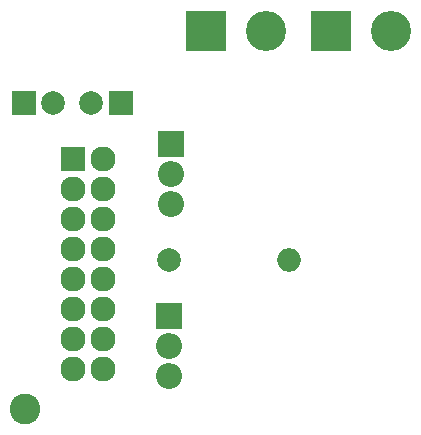
<source format=gbr>
G04 #@! TF.FileFunction,Soldermask,Bot*
%FSLAX46Y46*%
G04 Gerber Fmt 4.6, Leading zero omitted, Abs format (unit mm)*
G04 Created by KiCad (PCBNEW 4.0.4-stable) date 03/17/18 20:15:35*
%MOMM*%
%LPD*%
G01*
G04 APERTURE LIST*
%ADD10C,0.100000*%
%ADD11C,2.000000*%
%ADD12O,2.000000X2.000000*%
%ADD13R,3.399740X3.399740*%
%ADD14C,3.399740*%
%ADD15C,2.600000*%
%ADD16O,2.127200X2.127200*%
%ADD17R,2.127200X2.127200*%
%ADD18R,2.000000X2.000000*%
%ADD19R,2.200000X2.200000*%
%ADD20O,2.200000X2.200000*%
G04 APERTURE END LIST*
D10*
D11*
X139070000Y-110910000D03*
D12*
X149230000Y-110910000D03*
D13*
X142190000Y-91480000D03*
D14*
X147270000Y-91480000D03*
D13*
X152810000Y-91500000D03*
D14*
X157890000Y-91500000D03*
D15*
X126920000Y-123550000D03*
D16*
X133460000Y-120110000D03*
X130920000Y-120110000D03*
X133460000Y-117570000D03*
X130920000Y-117570000D03*
X133460000Y-115030000D03*
X130920000Y-115030000D03*
X133460000Y-112490000D03*
X130920000Y-112490000D03*
D17*
X130920000Y-102330000D03*
D16*
X133460000Y-102330000D03*
X130920000Y-104870000D03*
X133460000Y-104870000D03*
X130920000Y-107410000D03*
X133460000Y-107410000D03*
X130920000Y-109950000D03*
X133460000Y-109950000D03*
D18*
X126770000Y-97590000D03*
D11*
X129270000Y-97590000D03*
D18*
X135010000Y-97590000D03*
D11*
X132510000Y-97590000D03*
D19*
X139220000Y-101120000D03*
D20*
X139220000Y-103660000D03*
X139220000Y-106200000D03*
D19*
X139090000Y-115670000D03*
D20*
X139090000Y-118210000D03*
X139090000Y-120750000D03*
M02*

</source>
